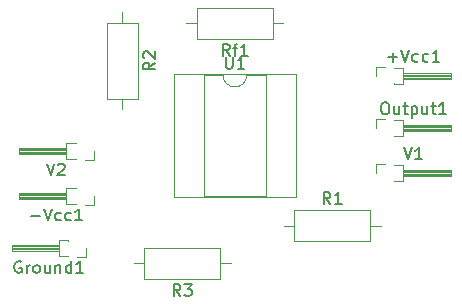
<source format=gbr>
G04 #@! TF.FileFunction,Legend,Top*
%FSLAX46Y46*%
G04 Gerber Fmt 4.6, Leading zero omitted, Abs format (unit mm)*
G04 Created by KiCad (PCBNEW 4.0.7) date 02/07/19 19:23:19*
%MOMM*%
%LPD*%
G01*
G04 APERTURE LIST*
%ADD10C,0.100000*%
%ADD11C,0.120000*%
%ADD12C,0.150000*%
G04 APERTURE END LIST*
D10*
D11*
X164590000Y-81855000D02*
X165390000Y-81855000D01*
X165390000Y-81855000D02*
X165390000Y-83245000D01*
X165390000Y-83245000D02*
X164590000Y-83245000D01*
X164590000Y-83245000D02*
X164590000Y-83169677D01*
X165390000Y-82290000D02*
X169390000Y-82290000D01*
X169390000Y-82290000D02*
X169390000Y-82810000D01*
X169390000Y-82810000D02*
X165390000Y-82810000D01*
X165390000Y-82350000D02*
X169390000Y-82350000D01*
X165390000Y-82470000D02*
X169390000Y-82470000D01*
X165390000Y-82590000D02*
X169390000Y-82590000D01*
X165390000Y-82710000D02*
X169390000Y-82710000D01*
X163070000Y-82550000D02*
X163070000Y-81790000D01*
X163070000Y-81790000D02*
X163830000Y-81790000D01*
X137670000Y-93405000D02*
X136870000Y-93405000D01*
X136870000Y-93405000D02*
X136870000Y-92015000D01*
X136870000Y-92015000D02*
X137670000Y-92015000D01*
X137670000Y-92015000D02*
X137670000Y-92090323D01*
X136870000Y-92970000D02*
X132870000Y-92970000D01*
X132870000Y-92970000D02*
X132870000Y-92450000D01*
X132870000Y-92450000D02*
X136870000Y-92450000D01*
X136870000Y-92910000D02*
X132870000Y-92910000D01*
X136870000Y-92790000D02*
X132870000Y-92790000D01*
X136870000Y-92670000D02*
X132870000Y-92670000D01*
X136870000Y-92550000D02*
X132870000Y-92550000D01*
X139190000Y-92710000D02*
X139190000Y-93470000D01*
X139190000Y-93470000D02*
X138430000Y-93470000D01*
X137035000Y-97850000D02*
X136235000Y-97850000D01*
X136235000Y-97850000D02*
X136235000Y-96460000D01*
X136235000Y-96460000D02*
X137035000Y-96460000D01*
X137035000Y-96460000D02*
X137035000Y-96535323D01*
X136235000Y-97415000D02*
X132235000Y-97415000D01*
X132235000Y-97415000D02*
X132235000Y-96895000D01*
X132235000Y-96895000D02*
X136235000Y-96895000D01*
X136235000Y-97355000D02*
X132235000Y-97355000D01*
X136235000Y-97235000D02*
X132235000Y-97235000D01*
X136235000Y-97115000D02*
X132235000Y-97115000D01*
X136235000Y-96995000D02*
X132235000Y-96995000D01*
X138555000Y-97155000D02*
X138555000Y-97915000D01*
X138555000Y-97915000D02*
X137795000Y-97915000D01*
X164590000Y-86300000D02*
X165390000Y-86300000D01*
X165390000Y-86300000D02*
X165390000Y-87690000D01*
X165390000Y-87690000D02*
X164590000Y-87690000D01*
X164590000Y-87690000D02*
X164590000Y-87614677D01*
X165390000Y-86735000D02*
X169390000Y-86735000D01*
X169390000Y-86735000D02*
X169390000Y-87255000D01*
X169390000Y-87255000D02*
X165390000Y-87255000D01*
X165390000Y-86795000D02*
X169390000Y-86795000D01*
X165390000Y-86915000D02*
X169390000Y-86915000D01*
X165390000Y-87035000D02*
X169390000Y-87035000D01*
X165390000Y-87155000D02*
X169390000Y-87155000D01*
X163070000Y-86995000D02*
X163070000Y-86235000D01*
X163070000Y-86235000D02*
X163830000Y-86235000D01*
X156175000Y-93940000D02*
X156175000Y-96560000D01*
X156175000Y-96560000D02*
X162595000Y-96560000D01*
X162595000Y-96560000D02*
X162595000Y-93940000D01*
X162595000Y-93940000D02*
X156175000Y-93940000D01*
X155285000Y-95250000D02*
X156175000Y-95250000D01*
X163485000Y-95250000D02*
X162595000Y-95250000D01*
X142915000Y-78070000D02*
X140295000Y-78070000D01*
X140295000Y-78070000D02*
X140295000Y-84490000D01*
X140295000Y-84490000D02*
X142915000Y-84490000D01*
X142915000Y-84490000D02*
X142915000Y-78070000D01*
X141605000Y-77180000D02*
X141605000Y-78070000D01*
X141605000Y-85380000D02*
X141605000Y-84490000D01*
X149895000Y-99735000D02*
X149895000Y-97115000D01*
X149895000Y-97115000D02*
X143475000Y-97115000D01*
X143475000Y-97115000D02*
X143475000Y-99735000D01*
X143475000Y-99735000D02*
X149895000Y-99735000D01*
X150785000Y-98425000D02*
X149895000Y-98425000D01*
X142585000Y-98425000D02*
X143475000Y-98425000D01*
X154340000Y-79415000D02*
X154340000Y-76795000D01*
X154340000Y-76795000D02*
X147920000Y-76795000D01*
X147920000Y-76795000D02*
X147920000Y-79415000D01*
X147920000Y-79415000D02*
X154340000Y-79415000D01*
X155230000Y-78105000D02*
X154340000Y-78105000D01*
X147030000Y-78105000D02*
X147920000Y-78105000D01*
X152130000Y-82490000D02*
G75*
G02X150130000Y-82490000I-1000000J0D01*
G01*
X150130000Y-82490000D02*
X148480000Y-82490000D01*
X148480000Y-82490000D02*
X148480000Y-92770000D01*
X148480000Y-92770000D02*
X153780000Y-92770000D01*
X153780000Y-92770000D02*
X153780000Y-82490000D01*
X153780000Y-82490000D02*
X152130000Y-82490000D01*
X145990000Y-82430000D02*
X145990000Y-92830000D01*
X145990000Y-92830000D02*
X156270000Y-92830000D01*
X156270000Y-92830000D02*
X156270000Y-82430000D01*
X156270000Y-82430000D02*
X145990000Y-82430000D01*
X164590000Y-90110000D02*
X165390000Y-90110000D01*
X165390000Y-90110000D02*
X165390000Y-91500000D01*
X165390000Y-91500000D02*
X164590000Y-91500000D01*
X164590000Y-91500000D02*
X164590000Y-91424677D01*
X165390000Y-90545000D02*
X169390000Y-90545000D01*
X169390000Y-90545000D02*
X169390000Y-91065000D01*
X169390000Y-91065000D02*
X165390000Y-91065000D01*
X165390000Y-90605000D02*
X169390000Y-90605000D01*
X165390000Y-90725000D02*
X169390000Y-90725000D01*
X165390000Y-90845000D02*
X169390000Y-90845000D01*
X165390000Y-90965000D02*
X169390000Y-90965000D01*
X163070000Y-90805000D02*
X163070000Y-90045000D01*
X163070000Y-90045000D02*
X163830000Y-90045000D01*
X137670000Y-89595000D02*
X136870000Y-89595000D01*
X136870000Y-89595000D02*
X136870000Y-88205000D01*
X136870000Y-88205000D02*
X137670000Y-88205000D01*
X137670000Y-88205000D02*
X137670000Y-88280323D01*
X136870000Y-89160000D02*
X132870000Y-89160000D01*
X132870000Y-89160000D02*
X132870000Y-88640000D01*
X132870000Y-88640000D02*
X136870000Y-88640000D01*
X136870000Y-89100000D02*
X132870000Y-89100000D01*
X136870000Y-88980000D02*
X132870000Y-88980000D01*
X136870000Y-88860000D02*
X132870000Y-88860000D01*
X136870000Y-88740000D02*
X132870000Y-88740000D01*
X139190000Y-88900000D02*
X139190000Y-89660000D01*
X139190000Y-89660000D02*
X138430000Y-89660000D01*
D12*
X164119643Y-80986429D02*
X164881548Y-80986429D01*
X164500596Y-81367381D02*
X164500596Y-80605476D01*
X165214881Y-80367381D02*
X165548214Y-81367381D01*
X165881548Y-80367381D01*
X166643453Y-81319762D02*
X166548215Y-81367381D01*
X166357738Y-81367381D01*
X166262500Y-81319762D01*
X166214881Y-81272143D01*
X166167262Y-81176905D01*
X166167262Y-80891190D01*
X166214881Y-80795952D01*
X166262500Y-80748333D01*
X166357738Y-80700714D01*
X166548215Y-80700714D01*
X166643453Y-80748333D01*
X167500596Y-81319762D02*
X167405358Y-81367381D01*
X167214881Y-81367381D01*
X167119643Y-81319762D01*
X167072024Y-81272143D01*
X167024405Y-81176905D01*
X167024405Y-80891190D01*
X167072024Y-80795952D01*
X167119643Y-80748333D01*
X167214881Y-80700714D01*
X167405358Y-80700714D01*
X167500596Y-80748333D01*
X168452977Y-81367381D02*
X167881548Y-81367381D01*
X168167262Y-81367381D02*
X168167262Y-80367381D01*
X168072024Y-80510238D01*
X167976786Y-80605476D01*
X167881548Y-80653095D01*
X133854643Y-94416429D02*
X134616548Y-94416429D01*
X134949881Y-93797381D02*
X135283214Y-94797381D01*
X135616548Y-93797381D01*
X136378453Y-94749762D02*
X136283215Y-94797381D01*
X136092738Y-94797381D01*
X135997500Y-94749762D01*
X135949881Y-94702143D01*
X135902262Y-94606905D01*
X135902262Y-94321190D01*
X135949881Y-94225952D01*
X135997500Y-94178333D01*
X136092738Y-94130714D01*
X136283215Y-94130714D01*
X136378453Y-94178333D01*
X137235596Y-94749762D02*
X137140358Y-94797381D01*
X136949881Y-94797381D01*
X136854643Y-94749762D01*
X136807024Y-94702143D01*
X136759405Y-94606905D01*
X136759405Y-94321190D01*
X136807024Y-94225952D01*
X136854643Y-94178333D01*
X136949881Y-94130714D01*
X137140358Y-94130714D01*
X137235596Y-94178333D01*
X138187977Y-94797381D02*
X137616548Y-94797381D01*
X137902262Y-94797381D02*
X137902262Y-93797381D01*
X137807024Y-93940238D01*
X137711786Y-94035476D01*
X137616548Y-94083095D01*
X133029167Y-98290000D02*
X132933929Y-98242381D01*
X132791072Y-98242381D01*
X132648214Y-98290000D01*
X132552976Y-98385238D01*
X132505357Y-98480476D01*
X132457738Y-98670952D01*
X132457738Y-98813810D01*
X132505357Y-99004286D01*
X132552976Y-99099524D01*
X132648214Y-99194762D01*
X132791072Y-99242381D01*
X132886310Y-99242381D01*
X133029167Y-99194762D01*
X133076786Y-99147143D01*
X133076786Y-98813810D01*
X132886310Y-98813810D01*
X133505357Y-99242381D02*
X133505357Y-98575714D01*
X133505357Y-98766190D02*
X133552976Y-98670952D01*
X133600595Y-98623333D01*
X133695833Y-98575714D01*
X133791072Y-98575714D01*
X134267262Y-99242381D02*
X134172024Y-99194762D01*
X134124405Y-99147143D01*
X134076786Y-99051905D01*
X134076786Y-98766190D01*
X134124405Y-98670952D01*
X134172024Y-98623333D01*
X134267262Y-98575714D01*
X134410120Y-98575714D01*
X134505358Y-98623333D01*
X134552977Y-98670952D01*
X134600596Y-98766190D01*
X134600596Y-99051905D01*
X134552977Y-99147143D01*
X134505358Y-99194762D01*
X134410120Y-99242381D01*
X134267262Y-99242381D01*
X135457739Y-98575714D02*
X135457739Y-99242381D01*
X135029167Y-98575714D02*
X135029167Y-99099524D01*
X135076786Y-99194762D01*
X135172024Y-99242381D01*
X135314882Y-99242381D01*
X135410120Y-99194762D01*
X135457739Y-99147143D01*
X135933929Y-98575714D02*
X135933929Y-99242381D01*
X135933929Y-98670952D02*
X135981548Y-98623333D01*
X136076786Y-98575714D01*
X136219644Y-98575714D01*
X136314882Y-98623333D01*
X136362501Y-98718571D01*
X136362501Y-99242381D01*
X137267263Y-99242381D02*
X137267263Y-98242381D01*
X137267263Y-99194762D02*
X137172025Y-99242381D01*
X136981548Y-99242381D01*
X136886310Y-99194762D01*
X136838691Y-99147143D01*
X136791072Y-99051905D01*
X136791072Y-98766190D01*
X136838691Y-98670952D01*
X136886310Y-98623333D01*
X136981548Y-98575714D01*
X137172025Y-98575714D01*
X137267263Y-98623333D01*
X138267263Y-99242381D02*
X137695834Y-99242381D01*
X137981548Y-99242381D02*
X137981548Y-98242381D01*
X137886310Y-98385238D01*
X137791072Y-98480476D01*
X137695834Y-98528095D01*
X163762499Y-84812381D02*
X163952976Y-84812381D01*
X164048214Y-84860000D01*
X164143452Y-84955238D01*
X164191071Y-85145714D01*
X164191071Y-85479048D01*
X164143452Y-85669524D01*
X164048214Y-85764762D01*
X163952976Y-85812381D01*
X163762499Y-85812381D01*
X163667261Y-85764762D01*
X163572023Y-85669524D01*
X163524404Y-85479048D01*
X163524404Y-85145714D01*
X163572023Y-84955238D01*
X163667261Y-84860000D01*
X163762499Y-84812381D01*
X165048214Y-85145714D02*
X165048214Y-85812381D01*
X164619642Y-85145714D02*
X164619642Y-85669524D01*
X164667261Y-85764762D01*
X164762499Y-85812381D01*
X164905357Y-85812381D01*
X165000595Y-85764762D01*
X165048214Y-85717143D01*
X165381547Y-85145714D02*
X165762499Y-85145714D01*
X165524404Y-84812381D02*
X165524404Y-85669524D01*
X165572023Y-85764762D01*
X165667261Y-85812381D01*
X165762499Y-85812381D01*
X166095833Y-85145714D02*
X166095833Y-86145714D01*
X166095833Y-85193333D02*
X166191071Y-85145714D01*
X166381548Y-85145714D01*
X166476786Y-85193333D01*
X166524405Y-85240952D01*
X166572024Y-85336190D01*
X166572024Y-85621905D01*
X166524405Y-85717143D01*
X166476786Y-85764762D01*
X166381548Y-85812381D01*
X166191071Y-85812381D01*
X166095833Y-85764762D01*
X167429167Y-85145714D02*
X167429167Y-85812381D01*
X167000595Y-85145714D02*
X167000595Y-85669524D01*
X167048214Y-85764762D01*
X167143452Y-85812381D01*
X167286310Y-85812381D01*
X167381548Y-85764762D01*
X167429167Y-85717143D01*
X167762500Y-85145714D02*
X168143452Y-85145714D01*
X167905357Y-84812381D02*
X167905357Y-85669524D01*
X167952976Y-85764762D01*
X168048214Y-85812381D01*
X168143452Y-85812381D01*
X169000596Y-85812381D02*
X168429167Y-85812381D01*
X168714881Y-85812381D02*
X168714881Y-84812381D01*
X168619643Y-84955238D01*
X168524405Y-85050476D01*
X168429167Y-85098095D01*
X159218334Y-93392381D02*
X158885000Y-92916190D01*
X158646905Y-93392381D02*
X158646905Y-92392381D01*
X159027858Y-92392381D01*
X159123096Y-92440000D01*
X159170715Y-92487619D01*
X159218334Y-92582857D01*
X159218334Y-92725714D01*
X159170715Y-92820952D01*
X159123096Y-92868571D01*
X159027858Y-92916190D01*
X158646905Y-92916190D01*
X160170715Y-93392381D02*
X159599286Y-93392381D01*
X159885000Y-93392381D02*
X159885000Y-92392381D01*
X159789762Y-92535238D01*
X159694524Y-92630476D01*
X159599286Y-92678095D01*
X144367381Y-81446666D02*
X143891190Y-81780000D01*
X144367381Y-82018095D02*
X143367381Y-82018095D01*
X143367381Y-81637142D01*
X143415000Y-81541904D01*
X143462619Y-81494285D01*
X143557857Y-81446666D01*
X143700714Y-81446666D01*
X143795952Y-81494285D01*
X143843571Y-81541904D01*
X143891190Y-81637142D01*
X143891190Y-82018095D01*
X143462619Y-81065714D02*
X143415000Y-81018095D01*
X143367381Y-80922857D01*
X143367381Y-80684761D01*
X143415000Y-80589523D01*
X143462619Y-80541904D01*
X143557857Y-80494285D01*
X143653095Y-80494285D01*
X143795952Y-80541904D01*
X144367381Y-81113333D01*
X144367381Y-80494285D01*
X146518334Y-101187381D02*
X146185000Y-100711190D01*
X145946905Y-101187381D02*
X145946905Y-100187381D01*
X146327858Y-100187381D01*
X146423096Y-100235000D01*
X146470715Y-100282619D01*
X146518334Y-100377857D01*
X146518334Y-100520714D01*
X146470715Y-100615952D01*
X146423096Y-100663571D01*
X146327858Y-100711190D01*
X145946905Y-100711190D01*
X146851667Y-100187381D02*
X147470715Y-100187381D01*
X147137381Y-100568333D01*
X147280239Y-100568333D01*
X147375477Y-100615952D01*
X147423096Y-100663571D01*
X147470715Y-100758810D01*
X147470715Y-100996905D01*
X147423096Y-101092143D01*
X147375477Y-101139762D01*
X147280239Y-101187381D01*
X146994524Y-101187381D01*
X146899286Y-101139762D01*
X146851667Y-101092143D01*
X150677619Y-80867381D02*
X150344285Y-80391190D01*
X150106190Y-80867381D02*
X150106190Y-79867381D01*
X150487143Y-79867381D01*
X150582381Y-79915000D01*
X150630000Y-79962619D01*
X150677619Y-80057857D01*
X150677619Y-80200714D01*
X150630000Y-80295952D01*
X150582381Y-80343571D01*
X150487143Y-80391190D01*
X150106190Y-80391190D01*
X150963333Y-80200714D02*
X151344285Y-80200714D01*
X151106190Y-80867381D02*
X151106190Y-80010238D01*
X151153809Y-79915000D01*
X151249047Y-79867381D01*
X151344285Y-79867381D01*
X152201429Y-80867381D02*
X151630000Y-80867381D01*
X151915714Y-80867381D02*
X151915714Y-79867381D01*
X151820476Y-80010238D01*
X151725238Y-80105476D01*
X151630000Y-80153095D01*
X150368095Y-80942381D02*
X150368095Y-81751905D01*
X150415714Y-81847143D01*
X150463333Y-81894762D01*
X150558571Y-81942381D01*
X150749048Y-81942381D01*
X150844286Y-81894762D01*
X150891905Y-81847143D01*
X150939524Y-81751905D01*
X150939524Y-80942381D01*
X151939524Y-81942381D02*
X151368095Y-81942381D01*
X151653809Y-81942381D02*
X151653809Y-80942381D01*
X151558571Y-81085238D01*
X151463333Y-81180476D01*
X151368095Y-81228095D01*
X165452976Y-88622381D02*
X165786309Y-89622381D01*
X166119643Y-88622381D01*
X166976786Y-89622381D02*
X166405357Y-89622381D01*
X166691071Y-89622381D02*
X166691071Y-88622381D01*
X166595833Y-88765238D01*
X166500595Y-88860476D01*
X166405357Y-88908095D01*
X135187976Y-89987381D02*
X135521309Y-90987381D01*
X135854643Y-89987381D01*
X136140357Y-90082619D02*
X136187976Y-90035000D01*
X136283214Y-89987381D01*
X136521310Y-89987381D01*
X136616548Y-90035000D01*
X136664167Y-90082619D01*
X136711786Y-90177857D01*
X136711786Y-90273095D01*
X136664167Y-90415952D01*
X136092738Y-90987381D01*
X136711786Y-90987381D01*
M02*

</source>
